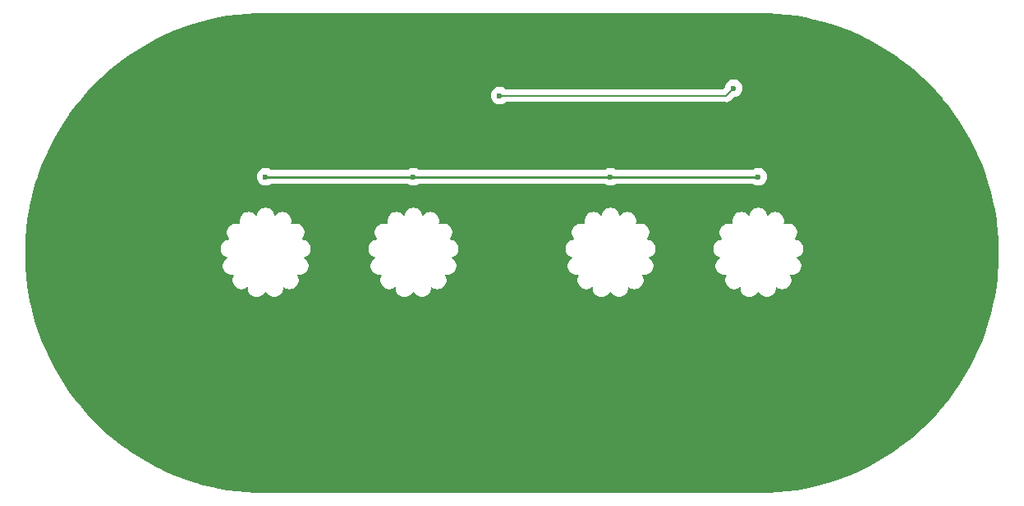
<source format=gbr>
%TF.GenerationSoftware,KiCad,Pcbnew,7.0.5*%
%TF.CreationDate,2023-07-04T20:49:23-04:00*%
%TF.ProjectId,Nixie Clock,4e697869-6520-4436-9c6f-636b2e6b6963,rev?*%
%TF.SameCoordinates,Original*%
%TF.FileFunction,Copper,L1,Top*%
%TF.FilePolarity,Positive*%
%FSLAX46Y46*%
G04 Gerber Fmt 4.6, Leading zero omitted, Abs format (unit mm)*
G04 Created by KiCad (PCBNEW 7.0.5) date 2023-07-04 20:49:23*
%MOMM*%
%LPD*%
G01*
G04 APERTURE LIST*
%TA.AperFunction,ViaPad*%
%ADD10C,0.600000*%
%TD*%
%TA.AperFunction,Conductor*%
%ADD11C,0.250000*%
%TD*%
%TA.AperFunction,Conductor*%
%ADD12C,0.150000*%
%TD*%
G04 APERTURE END LIST*
D10*
%TO.N,+170v*%
X187960000Y-75946000D03*
X167640000Y-75946000D03*
X203200000Y-75946000D03*
X152400000Y-75946000D03*
%TO.N,GND*%
X205740000Y-60706000D03*
X175260000Y-60960000D03*
X176149000Y-73406000D03*
X170180000Y-73406000D03*
X152400000Y-74295000D03*
X159639000Y-77216000D03*
X207772000Y-74422000D03*
X204216000Y-72644000D03*
X205740000Y-106680000D03*
X180340000Y-60960000D03*
X195580000Y-77724000D03*
X177038000Y-99060000D03*
X203200000Y-64262000D03*
X207518000Y-93980000D03*
X185801000Y-77724000D03*
X185420000Y-106680000D03*
X199517000Y-68834000D03*
X191516000Y-73660000D03*
X195580000Y-60706000D03*
X195580000Y-106680000D03*
X200660000Y-106680000D03*
X170180000Y-60960000D03*
X185420000Y-60960000D03*
X150622000Y-72771000D03*
X165100000Y-68961000D03*
X175260000Y-106680000D03*
X194056000Y-69342000D03*
X178054000Y-66167000D03*
X191516000Y-93726000D03*
X183388000Y-97790000D03*
X195961000Y-80899000D03*
X154940000Y-106680000D03*
X172466000Y-89154000D03*
X200660000Y-60706000D03*
X146050000Y-61976000D03*
X190500000Y-106680000D03*
X165100000Y-106680000D03*
X165100000Y-60960000D03*
X154940000Y-60960000D03*
X170180000Y-106680000D03*
X196850000Y-66421000D03*
X190500000Y-60960000D03*
X160020000Y-60960000D03*
X149860000Y-106680000D03*
X180340000Y-106680000D03*
X189103000Y-96774000D03*
X159639000Y-74549000D03*
X171323000Y-77978000D03*
X144018000Y-77470000D03*
X200660000Y-100965000D03*
X159639000Y-85217000D03*
X160020000Y-106680000D03*
%TO.N,RDP*%
X176530000Y-67564000D03*
X200660000Y-66802000D03*
%TD*%
D11*
%TO.N,+170v*%
X167640000Y-75946000D02*
X152400000Y-75946000D01*
X203200000Y-75946000D02*
X187960000Y-75946000D01*
X187960000Y-75946000D02*
X167640000Y-75946000D01*
D12*
%TO.N,RDP*%
X176530000Y-67564000D02*
X199898000Y-67564000D01*
X199898000Y-67564000D02*
X200660000Y-66802000D01*
%TD*%
%TA.AperFunction,Conductor*%
%TO.N,GND*%
G36*
X204185275Y-59040093D02*
G01*
X204186631Y-59040148D01*
X205169660Y-59098855D01*
X205170988Y-59098961D01*
X206150884Y-59196702D01*
X206152338Y-59196877D01*
X207127466Y-59333483D01*
X207128908Y-59333714D01*
X208097878Y-59508987D01*
X208099252Y-59509264D01*
X208926921Y-59693233D01*
X209060490Y-59722923D01*
X209061919Y-59723270D01*
X209259953Y-59775630D01*
X210013941Y-59974985D01*
X210015275Y-59975367D01*
X210956508Y-60264723D01*
X210957863Y-60265169D01*
X211886863Y-60591722D01*
X211888222Y-60592231D01*
X212803455Y-60955440D01*
X212804782Y-60955997D01*
X213704896Y-61355324D01*
X213706162Y-61355916D01*
X214329820Y-61662827D01*
X214589690Y-61790714D01*
X214590984Y-61791382D01*
X215456508Y-62260953D01*
X215457737Y-62261651D01*
X216303935Y-62765276D01*
X216305130Y-62766020D01*
X217130646Y-63302895D01*
X217131794Y-63303674D01*
X217519450Y-63578317D01*
X217935292Y-63872929D01*
X217936476Y-63873804D01*
X218716691Y-64474541D01*
X218717812Y-64475441D01*
X219473544Y-65106736D01*
X219474595Y-65107650D01*
X220204659Y-65768514D01*
X220205645Y-65769443D01*
X220908833Y-66458787D01*
X220909845Y-66459818D01*
X221516757Y-67104058D01*
X221585048Y-67176549D01*
X221586035Y-67177640D01*
X221758322Y-67375744D01*
X222204761Y-67889084D01*
X222232220Y-67920657D01*
X222233148Y-67921770D01*
X222849294Y-68689905D01*
X222850158Y-68691028D01*
X223435239Y-69482999D01*
X223436089Y-69484200D01*
X223989245Y-70298840D01*
X223990047Y-70300073D01*
X224510361Y-71136034D01*
X224511113Y-71137298D01*
X224997780Y-71993283D01*
X224998482Y-71994576D01*
X225450739Y-72869242D01*
X225451375Y-72870534D01*
X225744500Y-73497334D01*
X225868513Y-73762517D01*
X225869110Y-73763862D01*
X226250433Y-74671666D01*
X226250976Y-74673034D01*
X226595918Y-75595314D01*
X226596406Y-75596702D01*
X226904413Y-76531979D01*
X226904845Y-76533385D01*
X227175419Y-77480143D01*
X227175786Y-77481531D01*
X227408512Y-78438327D01*
X227408832Y-78439764D01*
X227603327Y-79405015D01*
X227603589Y-79406463D01*
X227759559Y-80378706D01*
X227759763Y-80380163D01*
X227831827Y-80981340D01*
X227876959Y-81357850D01*
X227877100Y-81359264D01*
X227895708Y-81592721D01*
X227955335Y-82340851D01*
X227955422Y-82342320D01*
X227971721Y-82751943D01*
X227994569Y-83326221D01*
X227994598Y-83327655D01*
X227994598Y-84312344D01*
X227994569Y-84313779D01*
X227974440Y-84819698D01*
X227955422Y-85297679D01*
X227955335Y-85299148D01*
X227922377Y-85712662D01*
X227886008Y-86168986D01*
X227877103Y-86280710D01*
X227876958Y-86282154D01*
X227865149Y-86380677D01*
X227759763Y-87259836D01*
X227759559Y-87261293D01*
X227603589Y-88233536D01*
X227603327Y-88234984D01*
X227408832Y-89200235D01*
X227408512Y-89201672D01*
X227175786Y-90158468D01*
X227175410Y-90159891D01*
X226904845Y-91106614D01*
X226904413Y-91108020D01*
X226596406Y-92043297D01*
X226595918Y-92044685D01*
X226250976Y-92966965D01*
X226250433Y-92968333D01*
X225869110Y-93876137D01*
X225868513Y-93877482D01*
X225451389Y-94769437D01*
X225450739Y-94770757D01*
X224998482Y-95645423D01*
X224997780Y-95646716D01*
X224511113Y-96502701D01*
X224510361Y-96503965D01*
X223990047Y-97339926D01*
X223989245Y-97341159D01*
X223436089Y-98155799D01*
X223435239Y-98157000D01*
X222850158Y-98948971D01*
X222849275Y-98950117D01*
X222411547Y-99495824D01*
X222233163Y-99718212D01*
X222232220Y-99719342D01*
X221586035Y-100462359D01*
X221585048Y-100463450D01*
X220909863Y-101180162D01*
X220908833Y-101181212D01*
X220574705Y-101508761D01*
X220205671Y-101870530D01*
X220204632Y-101871509D01*
X219613311Y-102406781D01*
X219474620Y-102532327D01*
X219473510Y-102533293D01*
X218717812Y-103164558D01*
X218716665Y-103165479D01*
X217936476Y-103766195D01*
X217935292Y-103767070D01*
X217131823Y-104336305D01*
X217130605Y-104337132D01*
X216305162Y-104873959D01*
X216303912Y-104874737D01*
X215457759Y-105378335D01*
X215456480Y-105379062D01*
X214590998Y-105848609D01*
X214589690Y-105849285D01*
X213706197Y-106284067D01*
X213704864Y-106284690D01*
X212804811Y-106683990D01*
X212803455Y-106684559D01*
X211888222Y-107047768D01*
X211886844Y-107048284D01*
X210957883Y-107374823D01*
X210956485Y-107375283D01*
X210015314Y-107664621D01*
X210013899Y-107665026D01*
X209061919Y-107916729D01*
X209060490Y-107917076D01*
X208099296Y-108130726D01*
X208097854Y-108131016D01*
X207128911Y-108306284D01*
X207127458Y-108306517D01*
X206152342Y-108443121D01*
X206150881Y-108443297D01*
X205171035Y-108541034D01*
X205169610Y-108541147D01*
X204294864Y-108593388D01*
X204186677Y-108599849D01*
X204185225Y-108599907D01*
X203200000Y-108619500D01*
X152400000Y-108619500D01*
X151414772Y-108599907D01*
X151413322Y-108599849D01*
X151366509Y-108597053D01*
X150430385Y-108541147D01*
X150428964Y-108541034D01*
X149449118Y-108443297D01*
X149447657Y-108443121D01*
X148472541Y-108306517D01*
X148471088Y-108306284D01*
X147502145Y-108131016D01*
X147500710Y-108130727D01*
X147272513Y-108080005D01*
X146539509Y-107917076D01*
X146538080Y-107916729D01*
X145712961Y-107698568D01*
X145586091Y-107665023D01*
X145584685Y-107664621D01*
X144643514Y-107375283D01*
X144642116Y-107374823D01*
X143713155Y-107048284D01*
X143711777Y-107047768D01*
X142796544Y-106684559D01*
X142795188Y-106683990D01*
X141895126Y-106284685D01*
X141893815Y-106284073D01*
X141645587Y-106161916D01*
X141010309Y-105849285D01*
X141009001Y-105848609D01*
X140772743Y-105720432D01*
X140143508Y-105379056D01*
X140142240Y-105378335D01*
X139296087Y-104874737D01*
X139294855Y-104873970D01*
X138469364Y-104337112D01*
X138468194Y-104336317D01*
X138066441Y-104051687D01*
X137664707Y-103767070D01*
X137663523Y-103766195D01*
X137327956Y-103507821D01*
X136883314Y-103165463D01*
X136882187Y-103164558D01*
X136762489Y-103064569D01*
X136126459Y-102533266D01*
X136125401Y-102532346D01*
X135395342Y-101871486D01*
X135394353Y-101870554D01*
X134691155Y-101181201D01*
X134690155Y-101180181D01*
X134014940Y-100463438D01*
X134013964Y-100462359D01*
X133642860Y-100035644D01*
X133367764Y-99719324D01*
X133366855Y-99718234D01*
X132750699Y-98950087D01*
X132749856Y-98948990D01*
X132164750Y-98156986D01*
X132163910Y-98155799D01*
X131610754Y-97341159D01*
X131609966Y-97339948D01*
X131089626Y-96503946D01*
X131088886Y-96502701D01*
X130602219Y-95646716D01*
X130601517Y-95645423D01*
X130521773Y-95491198D01*
X130149248Y-94770733D01*
X130148633Y-94769485D01*
X129731481Y-93877471D01*
X129730907Y-93876179D01*
X129349554Y-92968303D01*
X129349023Y-92966965D01*
X129004081Y-92044685D01*
X129003593Y-92043297D01*
X128695586Y-91108020D01*
X128695161Y-91106638D01*
X128424570Y-90159822D01*
X128424213Y-90158468D01*
X128341218Y-89817256D01*
X128191487Y-89201672D01*
X128191174Y-89200268D01*
X127996671Y-88234979D01*
X127996410Y-88233536D01*
X127840440Y-87261293D01*
X127840236Y-87259836D01*
X127819817Y-87089492D01*
X127723035Y-86282105D01*
X127722903Y-86280780D01*
X127644662Y-85299117D01*
X127644577Y-85297679D01*
X127640997Y-85207696D01*
X127605428Y-84313729D01*
X127605402Y-84312394D01*
X127605402Y-83464097D01*
X147758360Y-83464097D01*
X147798369Y-83652330D01*
X147798370Y-83652332D01*
X147876639Y-83828128D01*
X147876642Y-83828133D01*
X147989750Y-83983814D01*
X147989752Y-83983816D01*
X147989753Y-83983817D01*
X148132762Y-84112583D01*
X148283092Y-84199375D01*
X148299420Y-84208802D01*
X148391700Y-84238786D01*
X148431588Y-84269950D01*
X148442112Y-84319463D01*
X148418347Y-84364157D01*
X148405832Y-84373250D01*
X148348661Y-84406257D01*
X148205650Y-84535025D01*
X148092544Y-84690701D01*
X148092538Y-84690712D01*
X148014270Y-84866505D01*
X148014269Y-84866511D01*
X147974260Y-85054742D01*
X147974260Y-85247177D01*
X148014269Y-85435410D01*
X148014270Y-85435412D01*
X148092539Y-85611208D01*
X148092542Y-85611213D01*
X148205650Y-85766894D01*
X148205652Y-85766896D01*
X148205653Y-85766897D01*
X148348662Y-85895663D01*
X148515318Y-85991881D01*
X148698337Y-86051348D01*
X148841739Y-86066420D01*
X148841744Y-86066420D01*
X148937696Y-86066420D01*
X148937701Y-86066420D01*
X149043592Y-86055290D01*
X149092706Y-86067536D01*
X149122459Y-86108488D01*
X149118928Y-86158984D01*
X149115415Y-86165879D01*
X149113621Y-86168986D01*
X149035350Y-86344785D01*
X149035349Y-86344791D01*
X149015520Y-86438083D01*
X148995340Y-86533021D01*
X148995340Y-86725459D01*
X149000424Y-86749376D01*
X149035349Y-86913690D01*
X149035350Y-86913692D01*
X149113619Y-87089488D01*
X149113622Y-87089493D01*
X149226730Y-87245174D01*
X149226732Y-87245176D01*
X149226733Y-87245177D01*
X149369742Y-87373943D01*
X149536398Y-87470161D01*
X149719417Y-87529628D01*
X149862819Y-87544700D01*
X149862824Y-87544700D01*
X149958776Y-87544700D01*
X149958781Y-87544700D01*
X150102183Y-87529628D01*
X150285202Y-87470161D01*
X150451858Y-87373943D01*
X150464403Y-87362646D01*
X150511336Y-87343684D01*
X150559478Y-87359325D01*
X150586303Y-87402252D01*
X150587920Y-87417639D01*
X150587920Y-87561117D01*
X150627929Y-87749350D01*
X150627930Y-87749352D01*
X150706199Y-87925148D01*
X150706202Y-87925153D01*
X150819310Y-88080834D01*
X150819312Y-88080836D01*
X150819313Y-88080837D01*
X150962322Y-88209603D01*
X151128978Y-88305821D01*
X151311997Y-88365288D01*
X151455399Y-88380360D01*
X151455404Y-88380360D01*
X151551356Y-88380360D01*
X151551361Y-88380360D01*
X151694763Y-88365288D01*
X151877782Y-88305821D01*
X152044438Y-88209603D01*
X152187447Y-88080837D01*
X152300559Y-87925152D01*
X152332398Y-87853638D01*
X152367560Y-87817227D01*
X152417902Y-87811936D01*
X152459867Y-87840241D01*
X152467602Y-87853640D01*
X152499438Y-87925145D01*
X152499442Y-87925153D01*
X152612550Y-88080834D01*
X152612552Y-88080836D01*
X152612553Y-88080837D01*
X152755562Y-88209603D01*
X152922218Y-88305821D01*
X153105237Y-88365288D01*
X153248639Y-88380360D01*
X153248644Y-88380360D01*
X153344596Y-88380360D01*
X153344601Y-88380360D01*
X153488003Y-88365288D01*
X153671022Y-88305821D01*
X153837678Y-88209603D01*
X153980687Y-88080837D01*
X154093799Y-87925152D01*
X154125638Y-87853640D01*
X154172069Y-87749354D01*
X154172069Y-87749352D01*
X154172070Y-87749351D01*
X154212080Y-87561119D01*
X154212080Y-87417639D01*
X154229393Y-87370073D01*
X154273230Y-87344763D01*
X154323080Y-87353553D01*
X154335594Y-87362645D01*
X154348142Y-87373943D01*
X154514798Y-87470161D01*
X154697817Y-87529628D01*
X154841219Y-87544700D01*
X154841224Y-87544700D01*
X154937176Y-87544700D01*
X154937181Y-87544700D01*
X155080583Y-87529628D01*
X155263602Y-87470161D01*
X155430258Y-87373943D01*
X155573267Y-87245177D01*
X155665766Y-87117863D01*
X155686375Y-87089498D01*
X155686378Y-87089493D01*
X155686379Y-87089492D01*
X155764650Y-86913691D01*
X155804660Y-86725459D01*
X155804660Y-86533021D01*
X155764650Y-86344789D01*
X155686379Y-86168989D01*
X155686377Y-86168986D01*
X155684586Y-86165884D01*
X155675796Y-86116034D01*
X155701106Y-86072197D01*
X155748672Y-86054884D01*
X155756379Y-86055287D01*
X155862299Y-86066420D01*
X155862305Y-86066420D01*
X155958256Y-86066420D01*
X155958261Y-86066420D01*
X156101663Y-86051348D01*
X156284682Y-85991881D01*
X156451338Y-85895663D01*
X156594347Y-85766897D01*
X156668984Y-85664168D01*
X156707455Y-85611218D01*
X156707458Y-85611213D01*
X156707459Y-85611212D01*
X156785730Y-85435411D01*
X156825740Y-85247179D01*
X156825740Y-85054741D01*
X156785730Y-84866509D01*
X156736170Y-84755196D01*
X156707460Y-84690711D01*
X156707457Y-84690706D01*
X156594349Y-84535025D01*
X156451338Y-84406257D01*
X156451338Y-84406256D01*
X156394166Y-84373249D01*
X156361630Y-84334474D01*
X156361630Y-84283855D01*
X156394167Y-84245078D01*
X156408300Y-84238786D01*
X156465880Y-84220076D01*
X156500582Y-84208801D01*
X156667238Y-84112583D01*
X156810247Y-83983817D01*
X156923359Y-83828132D01*
X157001630Y-83652331D01*
X157041640Y-83464099D01*
X157041640Y-83464097D01*
X162998360Y-83464097D01*
X163038369Y-83652330D01*
X163038370Y-83652332D01*
X163116639Y-83828128D01*
X163116642Y-83828133D01*
X163229750Y-83983814D01*
X163229752Y-83983816D01*
X163229753Y-83983817D01*
X163372762Y-84112583D01*
X163523092Y-84199375D01*
X163539420Y-84208802D01*
X163631700Y-84238786D01*
X163671588Y-84269950D01*
X163682112Y-84319463D01*
X163658347Y-84364157D01*
X163645832Y-84373250D01*
X163588661Y-84406257D01*
X163445650Y-84535025D01*
X163332544Y-84690701D01*
X163332538Y-84690712D01*
X163254270Y-84866505D01*
X163254269Y-84866511D01*
X163214260Y-85054742D01*
X163214260Y-85247177D01*
X163254269Y-85435410D01*
X163254270Y-85435412D01*
X163332539Y-85611208D01*
X163332542Y-85611213D01*
X163445650Y-85766894D01*
X163445652Y-85766896D01*
X163445653Y-85766897D01*
X163588662Y-85895663D01*
X163755318Y-85991881D01*
X163938337Y-86051348D01*
X164081739Y-86066420D01*
X164081744Y-86066420D01*
X164177696Y-86066420D01*
X164177701Y-86066420D01*
X164283592Y-86055290D01*
X164332706Y-86067536D01*
X164362459Y-86108488D01*
X164358928Y-86158984D01*
X164355415Y-86165879D01*
X164353621Y-86168986D01*
X164275350Y-86344785D01*
X164275349Y-86344791D01*
X164255520Y-86438083D01*
X164235340Y-86533021D01*
X164235340Y-86725459D01*
X164240424Y-86749376D01*
X164275349Y-86913690D01*
X164275350Y-86913692D01*
X164353619Y-87089488D01*
X164353622Y-87089493D01*
X164466730Y-87245174D01*
X164466732Y-87245176D01*
X164466733Y-87245177D01*
X164609742Y-87373943D01*
X164776398Y-87470161D01*
X164959417Y-87529628D01*
X165102819Y-87544700D01*
X165102824Y-87544700D01*
X165198776Y-87544700D01*
X165198781Y-87544700D01*
X165342183Y-87529628D01*
X165525202Y-87470161D01*
X165691858Y-87373943D01*
X165704403Y-87362646D01*
X165751336Y-87343684D01*
X165799478Y-87359325D01*
X165826303Y-87402252D01*
X165827920Y-87417639D01*
X165827920Y-87561117D01*
X165867929Y-87749350D01*
X165867930Y-87749352D01*
X165946199Y-87925148D01*
X165946202Y-87925153D01*
X166059310Y-88080834D01*
X166059312Y-88080836D01*
X166059313Y-88080837D01*
X166202322Y-88209603D01*
X166368978Y-88305821D01*
X166551997Y-88365288D01*
X166695399Y-88380360D01*
X166695404Y-88380360D01*
X166791356Y-88380360D01*
X166791361Y-88380360D01*
X166934763Y-88365288D01*
X167117782Y-88305821D01*
X167284438Y-88209603D01*
X167427447Y-88080837D01*
X167540559Y-87925152D01*
X167572398Y-87853638D01*
X167607560Y-87817227D01*
X167657902Y-87811936D01*
X167699867Y-87840241D01*
X167707602Y-87853640D01*
X167739438Y-87925145D01*
X167739442Y-87925153D01*
X167852550Y-88080834D01*
X167852552Y-88080836D01*
X167852553Y-88080837D01*
X167995562Y-88209603D01*
X168162218Y-88305821D01*
X168345237Y-88365288D01*
X168488639Y-88380360D01*
X168488644Y-88380360D01*
X168584596Y-88380360D01*
X168584601Y-88380360D01*
X168728003Y-88365288D01*
X168911022Y-88305821D01*
X169077678Y-88209603D01*
X169220687Y-88080837D01*
X169333799Y-87925152D01*
X169365638Y-87853640D01*
X169412069Y-87749354D01*
X169412069Y-87749352D01*
X169412070Y-87749351D01*
X169452080Y-87561119D01*
X169452080Y-87417639D01*
X169469393Y-87370073D01*
X169513230Y-87344763D01*
X169563080Y-87353553D01*
X169575594Y-87362645D01*
X169588142Y-87373943D01*
X169754798Y-87470161D01*
X169937817Y-87529628D01*
X170081219Y-87544700D01*
X170081224Y-87544700D01*
X170177176Y-87544700D01*
X170177181Y-87544700D01*
X170320583Y-87529628D01*
X170503602Y-87470161D01*
X170670258Y-87373943D01*
X170813267Y-87245177D01*
X170905766Y-87117863D01*
X170926375Y-87089498D01*
X170926378Y-87089493D01*
X170926379Y-87089492D01*
X171004650Y-86913691D01*
X171044660Y-86725459D01*
X171044660Y-86533021D01*
X171004650Y-86344789D01*
X170926379Y-86168989D01*
X170926377Y-86168986D01*
X170924586Y-86165884D01*
X170915796Y-86116034D01*
X170941106Y-86072197D01*
X170988672Y-86054884D01*
X170996379Y-86055287D01*
X171102299Y-86066420D01*
X171102305Y-86066420D01*
X171198256Y-86066420D01*
X171198261Y-86066420D01*
X171341663Y-86051348D01*
X171524682Y-85991881D01*
X171691338Y-85895663D01*
X171834347Y-85766897D01*
X171908984Y-85664168D01*
X171947455Y-85611218D01*
X171947458Y-85611213D01*
X171947459Y-85611212D01*
X172025730Y-85435411D01*
X172065740Y-85247179D01*
X172065740Y-85054741D01*
X172025730Y-84866509D01*
X171976170Y-84755196D01*
X171947460Y-84690711D01*
X171947457Y-84690706D01*
X171834349Y-84535025D01*
X171691338Y-84406257D01*
X171634166Y-84373249D01*
X171601630Y-84334474D01*
X171601630Y-84283855D01*
X171634167Y-84245078D01*
X171648300Y-84238786D01*
X171705880Y-84220076D01*
X171740582Y-84208801D01*
X171907238Y-84112583D01*
X172050247Y-83983817D01*
X172163359Y-83828132D01*
X172241630Y-83652331D01*
X172281640Y-83464099D01*
X172281640Y-83464097D01*
X183318360Y-83464097D01*
X183358369Y-83652330D01*
X183358370Y-83652332D01*
X183436639Y-83828128D01*
X183436642Y-83828133D01*
X183549750Y-83983814D01*
X183549752Y-83983816D01*
X183549753Y-83983817D01*
X183692762Y-84112583D01*
X183843092Y-84199375D01*
X183859420Y-84208802D01*
X183951700Y-84238786D01*
X183991588Y-84269950D01*
X184002112Y-84319463D01*
X183978347Y-84364157D01*
X183965832Y-84373250D01*
X183908661Y-84406257D01*
X183765650Y-84535025D01*
X183652544Y-84690701D01*
X183652538Y-84690712D01*
X183574270Y-84866505D01*
X183574269Y-84866511D01*
X183534260Y-85054742D01*
X183534260Y-85247177D01*
X183574269Y-85435410D01*
X183574270Y-85435412D01*
X183652539Y-85611208D01*
X183652542Y-85611213D01*
X183765650Y-85766894D01*
X183765652Y-85766896D01*
X183765653Y-85766897D01*
X183908662Y-85895663D01*
X184075318Y-85991881D01*
X184258337Y-86051348D01*
X184401739Y-86066420D01*
X184401744Y-86066420D01*
X184497696Y-86066420D01*
X184497701Y-86066420D01*
X184603592Y-86055290D01*
X184652706Y-86067536D01*
X184682459Y-86108488D01*
X184678928Y-86158984D01*
X184675415Y-86165879D01*
X184673621Y-86168986D01*
X184595350Y-86344785D01*
X184595349Y-86344791D01*
X184575520Y-86438083D01*
X184555340Y-86533021D01*
X184555340Y-86725459D01*
X184560424Y-86749376D01*
X184595349Y-86913690D01*
X184595350Y-86913692D01*
X184673619Y-87089488D01*
X184673622Y-87089493D01*
X184786730Y-87245174D01*
X184786732Y-87245176D01*
X184786733Y-87245177D01*
X184929742Y-87373943D01*
X185096398Y-87470161D01*
X185279417Y-87529628D01*
X185422819Y-87544700D01*
X185422824Y-87544700D01*
X185518776Y-87544700D01*
X185518781Y-87544700D01*
X185662183Y-87529628D01*
X185845202Y-87470161D01*
X186011858Y-87373943D01*
X186024403Y-87362646D01*
X186071336Y-87343684D01*
X186119478Y-87359325D01*
X186146303Y-87402252D01*
X186147920Y-87417639D01*
X186147920Y-87561117D01*
X186187929Y-87749350D01*
X186187930Y-87749352D01*
X186266199Y-87925148D01*
X186266202Y-87925153D01*
X186379310Y-88080834D01*
X186379312Y-88080836D01*
X186379313Y-88080837D01*
X186522322Y-88209603D01*
X186688978Y-88305821D01*
X186871997Y-88365288D01*
X187015399Y-88380360D01*
X187015404Y-88380360D01*
X187111356Y-88380360D01*
X187111361Y-88380360D01*
X187254763Y-88365288D01*
X187437782Y-88305821D01*
X187604438Y-88209603D01*
X187747447Y-88080837D01*
X187860559Y-87925152D01*
X187892398Y-87853638D01*
X187927560Y-87817227D01*
X187977902Y-87811936D01*
X188019867Y-87840241D01*
X188027602Y-87853640D01*
X188059438Y-87925145D01*
X188059442Y-87925153D01*
X188172550Y-88080834D01*
X188172552Y-88080836D01*
X188172553Y-88080837D01*
X188315562Y-88209603D01*
X188482218Y-88305821D01*
X188665237Y-88365288D01*
X188808639Y-88380360D01*
X188808644Y-88380360D01*
X188904596Y-88380360D01*
X188904601Y-88380360D01*
X189048003Y-88365288D01*
X189231022Y-88305821D01*
X189397678Y-88209603D01*
X189540687Y-88080837D01*
X189653799Y-87925152D01*
X189685638Y-87853640D01*
X189732069Y-87749354D01*
X189732069Y-87749352D01*
X189732070Y-87749351D01*
X189772080Y-87561119D01*
X189772080Y-87417639D01*
X189789393Y-87370073D01*
X189833230Y-87344763D01*
X189883080Y-87353553D01*
X189895594Y-87362645D01*
X189908142Y-87373943D01*
X190074798Y-87470161D01*
X190257817Y-87529628D01*
X190401219Y-87544700D01*
X190401224Y-87544700D01*
X190497176Y-87544700D01*
X190497181Y-87544700D01*
X190640583Y-87529628D01*
X190823602Y-87470161D01*
X190990258Y-87373943D01*
X191133267Y-87245177D01*
X191225766Y-87117863D01*
X191246375Y-87089498D01*
X191246378Y-87089493D01*
X191246379Y-87089492D01*
X191324650Y-86913691D01*
X191364660Y-86725459D01*
X191364660Y-86533021D01*
X191324650Y-86344789D01*
X191246379Y-86168989D01*
X191246377Y-86168986D01*
X191244586Y-86165884D01*
X191235796Y-86116034D01*
X191261106Y-86072197D01*
X191308672Y-86054884D01*
X191316379Y-86055287D01*
X191422299Y-86066420D01*
X191422305Y-86066420D01*
X191518256Y-86066420D01*
X191518261Y-86066420D01*
X191661663Y-86051348D01*
X191844682Y-85991881D01*
X192011338Y-85895663D01*
X192154347Y-85766897D01*
X192228984Y-85664168D01*
X192267455Y-85611218D01*
X192267458Y-85611213D01*
X192267459Y-85611212D01*
X192345730Y-85435411D01*
X192385740Y-85247179D01*
X192385740Y-85054741D01*
X192345730Y-84866509D01*
X192296170Y-84755196D01*
X192267460Y-84690711D01*
X192267457Y-84690706D01*
X192154349Y-84535025D01*
X192011338Y-84406257D01*
X192011337Y-84406257D01*
X191954166Y-84373249D01*
X191921630Y-84334474D01*
X191921630Y-84283855D01*
X191954167Y-84245078D01*
X191968300Y-84238786D01*
X192025880Y-84220076D01*
X192060582Y-84208801D01*
X192227238Y-84112583D01*
X192370247Y-83983817D01*
X192483359Y-83828132D01*
X192561630Y-83652331D01*
X192601640Y-83464099D01*
X192601640Y-83464097D01*
X198558360Y-83464097D01*
X198598369Y-83652330D01*
X198598370Y-83652332D01*
X198676639Y-83828128D01*
X198676642Y-83828133D01*
X198789750Y-83983814D01*
X198789752Y-83983816D01*
X198789753Y-83983817D01*
X198932762Y-84112583D01*
X199083092Y-84199375D01*
X199099420Y-84208802D01*
X199191700Y-84238786D01*
X199231588Y-84269950D01*
X199242112Y-84319463D01*
X199218347Y-84364157D01*
X199205832Y-84373250D01*
X199148661Y-84406257D01*
X199005650Y-84535025D01*
X198892544Y-84690701D01*
X198892538Y-84690712D01*
X198814270Y-84866505D01*
X198814269Y-84866511D01*
X198774260Y-85054742D01*
X198774260Y-85247177D01*
X198814269Y-85435410D01*
X198814270Y-85435412D01*
X198892539Y-85611208D01*
X198892542Y-85611213D01*
X199005650Y-85766894D01*
X199005652Y-85766896D01*
X199005653Y-85766897D01*
X199148662Y-85895663D01*
X199315318Y-85991881D01*
X199498337Y-86051348D01*
X199641739Y-86066420D01*
X199641744Y-86066420D01*
X199737696Y-86066420D01*
X199737701Y-86066420D01*
X199843592Y-86055290D01*
X199892706Y-86067536D01*
X199922459Y-86108488D01*
X199918928Y-86158984D01*
X199915415Y-86165879D01*
X199913621Y-86168986D01*
X199835350Y-86344785D01*
X199835349Y-86344791D01*
X199815520Y-86438083D01*
X199795340Y-86533021D01*
X199795340Y-86725459D01*
X199800424Y-86749376D01*
X199835349Y-86913690D01*
X199835350Y-86913692D01*
X199913619Y-87089488D01*
X199913622Y-87089493D01*
X200026730Y-87245174D01*
X200026732Y-87245176D01*
X200026733Y-87245177D01*
X200169742Y-87373943D01*
X200336398Y-87470161D01*
X200519417Y-87529628D01*
X200662819Y-87544700D01*
X200662824Y-87544700D01*
X200758776Y-87544700D01*
X200758781Y-87544700D01*
X200902183Y-87529628D01*
X201085202Y-87470161D01*
X201251858Y-87373943D01*
X201264403Y-87362646D01*
X201311336Y-87343684D01*
X201359478Y-87359325D01*
X201386303Y-87402252D01*
X201387920Y-87417639D01*
X201387920Y-87561117D01*
X201427929Y-87749350D01*
X201427930Y-87749352D01*
X201506199Y-87925148D01*
X201506202Y-87925153D01*
X201619310Y-88080834D01*
X201619312Y-88080836D01*
X201619313Y-88080837D01*
X201762322Y-88209603D01*
X201928978Y-88305821D01*
X202111997Y-88365288D01*
X202255399Y-88380360D01*
X202255404Y-88380360D01*
X202351356Y-88380360D01*
X202351361Y-88380360D01*
X202494763Y-88365288D01*
X202677782Y-88305821D01*
X202844438Y-88209603D01*
X202987447Y-88080837D01*
X203100559Y-87925152D01*
X203132398Y-87853638D01*
X203167560Y-87817227D01*
X203217902Y-87811936D01*
X203259867Y-87840241D01*
X203267602Y-87853640D01*
X203299438Y-87925145D01*
X203299442Y-87925153D01*
X203412550Y-88080834D01*
X203412552Y-88080836D01*
X203412553Y-88080837D01*
X203555562Y-88209603D01*
X203722218Y-88305821D01*
X203905237Y-88365288D01*
X204048639Y-88380360D01*
X204048644Y-88380360D01*
X204144596Y-88380360D01*
X204144601Y-88380360D01*
X204288003Y-88365288D01*
X204471022Y-88305821D01*
X204637678Y-88209603D01*
X204780687Y-88080837D01*
X204893799Y-87925152D01*
X204925638Y-87853640D01*
X204972069Y-87749354D01*
X204972069Y-87749352D01*
X204972070Y-87749351D01*
X205012080Y-87561119D01*
X205012080Y-87417639D01*
X205029393Y-87370073D01*
X205073230Y-87344763D01*
X205123080Y-87353553D01*
X205135594Y-87362645D01*
X205148142Y-87373943D01*
X205314798Y-87470161D01*
X205497817Y-87529628D01*
X205641219Y-87544700D01*
X205641224Y-87544700D01*
X205737176Y-87544700D01*
X205737181Y-87544700D01*
X205880583Y-87529628D01*
X206063602Y-87470161D01*
X206230258Y-87373943D01*
X206373267Y-87245177D01*
X206465766Y-87117863D01*
X206486375Y-87089498D01*
X206486378Y-87089493D01*
X206486379Y-87089492D01*
X206564650Y-86913691D01*
X206604660Y-86725459D01*
X206604660Y-86533021D01*
X206564650Y-86344789D01*
X206486379Y-86168989D01*
X206486377Y-86168986D01*
X206484586Y-86165884D01*
X206475796Y-86116034D01*
X206501106Y-86072197D01*
X206548672Y-86054884D01*
X206556379Y-86055287D01*
X206662299Y-86066420D01*
X206662305Y-86066420D01*
X206758256Y-86066420D01*
X206758261Y-86066420D01*
X206901663Y-86051348D01*
X207084682Y-85991881D01*
X207251338Y-85895663D01*
X207394347Y-85766897D01*
X207468984Y-85664168D01*
X207507455Y-85611218D01*
X207507458Y-85611213D01*
X207507459Y-85611212D01*
X207585730Y-85435411D01*
X207625740Y-85247179D01*
X207625740Y-85054741D01*
X207585730Y-84866509D01*
X207536170Y-84755196D01*
X207507460Y-84690711D01*
X207507457Y-84690706D01*
X207394349Y-84535025D01*
X207251338Y-84406257D01*
X207251337Y-84406257D01*
X207194166Y-84373249D01*
X207161630Y-84334474D01*
X207161630Y-84283855D01*
X207194167Y-84245078D01*
X207208300Y-84238786D01*
X207265880Y-84220076D01*
X207300582Y-84208801D01*
X207467238Y-84112583D01*
X207610247Y-83983817D01*
X207723359Y-83828132D01*
X207801630Y-83652331D01*
X207841640Y-83464099D01*
X207841640Y-83271661D01*
X207801630Y-83083429D01*
X207723359Y-82907629D01*
X207653613Y-82811631D01*
X207610249Y-82751945D01*
X207587179Y-82731173D01*
X207467238Y-82623177D01*
X207300582Y-82526959D01*
X207300580Y-82526958D01*
X207300578Y-82526957D01*
X207117568Y-82467493D01*
X207117565Y-82467492D01*
X207117563Y-82467492D01*
X206991419Y-82454233D01*
X206945924Y-82432044D01*
X206925335Y-82385801D01*
X206939288Y-82337143D01*
X206949637Y-82325648D01*
X206972707Y-82304877D01*
X207085819Y-82149192D01*
X207164090Y-81973391D01*
X207204100Y-81785159D01*
X207204100Y-81592721D01*
X207164090Y-81404489D01*
X207085819Y-81228689D01*
X207066368Y-81201917D01*
X206972709Y-81073005D01*
X206829698Y-80944237D01*
X206764856Y-80906801D01*
X206663042Y-80848019D01*
X206663040Y-80848018D01*
X206663038Y-80848017D01*
X206480028Y-80788553D01*
X206480025Y-80788552D01*
X206480023Y-80788552D01*
X206336621Y-80773480D01*
X206240659Y-80773480D01*
X206097257Y-80788552D01*
X206097255Y-80788552D01*
X206097251Y-80788553D01*
X205917597Y-80846926D01*
X205867009Y-80845160D01*
X205829392Y-80811289D01*
X205822347Y-80761163D01*
X205839212Y-80681817D01*
X205857900Y-80593899D01*
X205857900Y-80401461D01*
X205817890Y-80213229D01*
X205739619Y-80037429D01*
X205690383Y-79969661D01*
X205626509Y-79881745D01*
X205483498Y-79752977D01*
X205483497Y-79752977D01*
X205316842Y-79656759D01*
X205316840Y-79656758D01*
X205316838Y-79656757D01*
X205133828Y-79597293D01*
X205133825Y-79597292D01*
X205133823Y-79597292D01*
X204990421Y-79582220D01*
X204894459Y-79582220D01*
X204751057Y-79597292D01*
X204751055Y-79597292D01*
X204751051Y-79597293D01*
X204568041Y-79656757D01*
X204401381Y-79752977D01*
X204258369Y-79881746D01*
X204231041Y-79919359D01*
X204189076Y-79947664D01*
X204138734Y-79942372D01*
X204103572Y-79905959D01*
X204098793Y-79891252D01*
X204075450Y-79781429D01*
X204036314Y-79693528D01*
X203997180Y-79605631D01*
X203997177Y-79605626D01*
X203884069Y-79449945D01*
X203835777Y-79406463D01*
X203741058Y-79321177D01*
X203574402Y-79224959D01*
X203574400Y-79224958D01*
X203574398Y-79224957D01*
X203391388Y-79165493D01*
X203391385Y-79165492D01*
X203391383Y-79165492D01*
X203247981Y-79150420D01*
X203152019Y-79150420D01*
X203008617Y-79165492D01*
X203008615Y-79165492D01*
X203008611Y-79165493D01*
X202825601Y-79224957D01*
X202658941Y-79321177D01*
X202515930Y-79449945D01*
X202402824Y-79605621D01*
X202402818Y-79605632D01*
X202324550Y-79781425D01*
X202324549Y-79781431D01*
X202301207Y-79891247D01*
X202274383Y-79934175D01*
X202226241Y-79949817D01*
X202179308Y-79930855D01*
X202168957Y-79919358D01*
X202141629Y-79881745D01*
X201998618Y-79752977D01*
X201998617Y-79752977D01*
X201831962Y-79656759D01*
X201831960Y-79656758D01*
X201831958Y-79656757D01*
X201648948Y-79597293D01*
X201648945Y-79597292D01*
X201648943Y-79597292D01*
X201505541Y-79582220D01*
X201409579Y-79582220D01*
X201266177Y-79597292D01*
X201266175Y-79597292D01*
X201266171Y-79597293D01*
X201083161Y-79656757D01*
X200916501Y-79752977D01*
X200773490Y-79881745D01*
X200660384Y-80037421D01*
X200660378Y-80037432D01*
X200582110Y-80213225D01*
X200582109Y-80213231D01*
X200542100Y-80401462D01*
X200542100Y-80593898D01*
X200577652Y-80761163D01*
X200570607Y-80811289D01*
X200532989Y-80845160D01*
X200482402Y-80846926D01*
X200302748Y-80788553D01*
X200302745Y-80788552D01*
X200302743Y-80788552D01*
X200159341Y-80773480D01*
X200063379Y-80773480D01*
X199919977Y-80788552D01*
X199919975Y-80788552D01*
X199919971Y-80788553D01*
X199736961Y-80848017D01*
X199570301Y-80944237D01*
X199427290Y-81073005D01*
X199314184Y-81228681D01*
X199314178Y-81228692D01*
X199235910Y-81404485D01*
X199235909Y-81404491D01*
X199234071Y-81413140D01*
X199195900Y-81592721D01*
X199195900Y-81785159D01*
X199208819Y-81845939D01*
X199235909Y-81973390D01*
X199235910Y-81973392D01*
X199314179Y-82149188D01*
X199314182Y-82149193D01*
X199427292Y-82304877D01*
X199450359Y-82325646D01*
X199474124Y-82370339D01*
X199463600Y-82419852D01*
X199423712Y-82451017D01*
X199408579Y-82454234D01*
X199386089Y-82456597D01*
X199282437Y-82467492D01*
X199282435Y-82467492D01*
X199282431Y-82467493D01*
X199099421Y-82526957D01*
X198932761Y-82623177D01*
X198789750Y-82751945D01*
X198676644Y-82907621D01*
X198676638Y-82907632D01*
X198598370Y-83083425D01*
X198598369Y-83083431D01*
X198558360Y-83271662D01*
X198558360Y-83464097D01*
X192601640Y-83464097D01*
X192601640Y-83271661D01*
X192561630Y-83083429D01*
X192483359Y-82907629D01*
X192413613Y-82811631D01*
X192370249Y-82751945D01*
X192347179Y-82731173D01*
X192227238Y-82623177D01*
X192060582Y-82526959D01*
X192060580Y-82526958D01*
X192060578Y-82526957D01*
X191877568Y-82467493D01*
X191877565Y-82467492D01*
X191877563Y-82467492D01*
X191751419Y-82454233D01*
X191705924Y-82432044D01*
X191685335Y-82385801D01*
X191699288Y-82337143D01*
X191709637Y-82325648D01*
X191732707Y-82304877D01*
X191845819Y-82149192D01*
X191924090Y-81973391D01*
X191964100Y-81785159D01*
X191964100Y-81592721D01*
X191924090Y-81404489D01*
X191845819Y-81228689D01*
X191826368Y-81201917D01*
X191732709Y-81073005D01*
X191589698Y-80944237D01*
X191524856Y-80906801D01*
X191423042Y-80848019D01*
X191423040Y-80848018D01*
X191423038Y-80848017D01*
X191240028Y-80788553D01*
X191240025Y-80788552D01*
X191240023Y-80788552D01*
X191096621Y-80773480D01*
X191000659Y-80773480D01*
X190857257Y-80788552D01*
X190857255Y-80788552D01*
X190857251Y-80788553D01*
X190677597Y-80846926D01*
X190627009Y-80845160D01*
X190589392Y-80811289D01*
X190582347Y-80761163D01*
X190599212Y-80681817D01*
X190617900Y-80593899D01*
X190617900Y-80401461D01*
X190577890Y-80213229D01*
X190499619Y-80037429D01*
X190450383Y-79969661D01*
X190386509Y-79881745D01*
X190243498Y-79752977D01*
X190243497Y-79752977D01*
X190076842Y-79656759D01*
X190076840Y-79656758D01*
X190076838Y-79656757D01*
X189893828Y-79597293D01*
X189893825Y-79597292D01*
X189893823Y-79597292D01*
X189750421Y-79582220D01*
X189654459Y-79582220D01*
X189511057Y-79597292D01*
X189511055Y-79597292D01*
X189511051Y-79597293D01*
X189328041Y-79656757D01*
X189161381Y-79752977D01*
X189018369Y-79881746D01*
X188991041Y-79919359D01*
X188949076Y-79947664D01*
X188898734Y-79942372D01*
X188863572Y-79905959D01*
X188858793Y-79891252D01*
X188835450Y-79781429D01*
X188796314Y-79693528D01*
X188757180Y-79605631D01*
X188757177Y-79605626D01*
X188644069Y-79449945D01*
X188595777Y-79406463D01*
X188501058Y-79321177D01*
X188334402Y-79224959D01*
X188334400Y-79224958D01*
X188334398Y-79224957D01*
X188151388Y-79165493D01*
X188151385Y-79165492D01*
X188151383Y-79165492D01*
X188007981Y-79150420D01*
X187912019Y-79150420D01*
X187768617Y-79165492D01*
X187768615Y-79165492D01*
X187768611Y-79165493D01*
X187585601Y-79224957D01*
X187418941Y-79321177D01*
X187275930Y-79449945D01*
X187162824Y-79605621D01*
X187162818Y-79605632D01*
X187084550Y-79781425D01*
X187084549Y-79781431D01*
X187061207Y-79891247D01*
X187034383Y-79934175D01*
X186986241Y-79949817D01*
X186939308Y-79930855D01*
X186928957Y-79919358D01*
X186901629Y-79881745D01*
X186758618Y-79752977D01*
X186758617Y-79752977D01*
X186591962Y-79656759D01*
X186591960Y-79656758D01*
X186591958Y-79656757D01*
X186408948Y-79597293D01*
X186408945Y-79597292D01*
X186408943Y-79597292D01*
X186265541Y-79582220D01*
X186169579Y-79582220D01*
X186026177Y-79597292D01*
X186026175Y-79597292D01*
X186026171Y-79597293D01*
X185843161Y-79656757D01*
X185676501Y-79752977D01*
X185533490Y-79881745D01*
X185420384Y-80037421D01*
X185420378Y-80037432D01*
X185342110Y-80213225D01*
X185342109Y-80213231D01*
X185302100Y-80401462D01*
X185302100Y-80593898D01*
X185337652Y-80761163D01*
X185330607Y-80811289D01*
X185292989Y-80845160D01*
X185242402Y-80846926D01*
X185062748Y-80788553D01*
X185062745Y-80788552D01*
X185062743Y-80788552D01*
X184919341Y-80773480D01*
X184823379Y-80773480D01*
X184679977Y-80788552D01*
X184679975Y-80788552D01*
X184679971Y-80788553D01*
X184496961Y-80848017D01*
X184330301Y-80944237D01*
X184187290Y-81073005D01*
X184074184Y-81228681D01*
X184074178Y-81228692D01*
X183995910Y-81404485D01*
X183995909Y-81404491D01*
X183994071Y-81413140D01*
X183955900Y-81592721D01*
X183955900Y-81785159D01*
X183968819Y-81845939D01*
X183995909Y-81973390D01*
X183995910Y-81973392D01*
X184074179Y-82149188D01*
X184074182Y-82149193D01*
X184187292Y-82304877D01*
X184210359Y-82325646D01*
X184234124Y-82370339D01*
X184223600Y-82419852D01*
X184183712Y-82451017D01*
X184168579Y-82454234D01*
X184146089Y-82456597D01*
X184042437Y-82467492D01*
X184042435Y-82467492D01*
X184042431Y-82467493D01*
X183859421Y-82526957D01*
X183692761Y-82623177D01*
X183549750Y-82751945D01*
X183436644Y-82907621D01*
X183436638Y-82907632D01*
X183358370Y-83083425D01*
X183358369Y-83083431D01*
X183318360Y-83271662D01*
X183318360Y-83464097D01*
X172281640Y-83464097D01*
X172281640Y-83271661D01*
X172241630Y-83083429D01*
X172163359Y-82907629D01*
X172093613Y-82811631D01*
X172050249Y-82751945D01*
X172027179Y-82731173D01*
X171907238Y-82623177D01*
X171740582Y-82526959D01*
X171740580Y-82526958D01*
X171740578Y-82526957D01*
X171557568Y-82467493D01*
X171557565Y-82467492D01*
X171557563Y-82467492D01*
X171431419Y-82454233D01*
X171385924Y-82432044D01*
X171365335Y-82385801D01*
X171379288Y-82337143D01*
X171389637Y-82325648D01*
X171412707Y-82304877D01*
X171525819Y-82149192D01*
X171604090Y-81973391D01*
X171644100Y-81785159D01*
X171644100Y-81592721D01*
X171604090Y-81404489D01*
X171525819Y-81228689D01*
X171506368Y-81201917D01*
X171412709Y-81073005D01*
X171269698Y-80944237D01*
X171204856Y-80906801D01*
X171103042Y-80848019D01*
X171103040Y-80848018D01*
X171103038Y-80848017D01*
X170920028Y-80788553D01*
X170920025Y-80788552D01*
X170920023Y-80788552D01*
X170776621Y-80773480D01*
X170680659Y-80773480D01*
X170537257Y-80788552D01*
X170537255Y-80788552D01*
X170537251Y-80788553D01*
X170357597Y-80846926D01*
X170307009Y-80845160D01*
X170269392Y-80811289D01*
X170262347Y-80761163D01*
X170279212Y-80681817D01*
X170297900Y-80593899D01*
X170297900Y-80401461D01*
X170257890Y-80213229D01*
X170179619Y-80037429D01*
X170130383Y-79969661D01*
X170066509Y-79881745D01*
X169923498Y-79752977D01*
X169923497Y-79752977D01*
X169756842Y-79656759D01*
X169756840Y-79656758D01*
X169756838Y-79656757D01*
X169573828Y-79597293D01*
X169573825Y-79597292D01*
X169573823Y-79597292D01*
X169430421Y-79582220D01*
X169334459Y-79582220D01*
X169191057Y-79597292D01*
X169191055Y-79597292D01*
X169191051Y-79597293D01*
X169008041Y-79656757D01*
X168841381Y-79752977D01*
X168698369Y-79881746D01*
X168671041Y-79919359D01*
X168629076Y-79947664D01*
X168578734Y-79942372D01*
X168543572Y-79905959D01*
X168538793Y-79891252D01*
X168515450Y-79781429D01*
X168476314Y-79693528D01*
X168437180Y-79605631D01*
X168437177Y-79605626D01*
X168324069Y-79449945D01*
X168275777Y-79406463D01*
X168181058Y-79321177D01*
X168014402Y-79224959D01*
X168014400Y-79224958D01*
X168014398Y-79224957D01*
X167831388Y-79165493D01*
X167831385Y-79165492D01*
X167831383Y-79165492D01*
X167687981Y-79150420D01*
X167592019Y-79150420D01*
X167448617Y-79165492D01*
X167448615Y-79165492D01*
X167448611Y-79165493D01*
X167265601Y-79224957D01*
X167098941Y-79321177D01*
X166955930Y-79449945D01*
X166842824Y-79605621D01*
X166842818Y-79605632D01*
X166764550Y-79781425D01*
X166764549Y-79781431D01*
X166741207Y-79891247D01*
X166714383Y-79934175D01*
X166666241Y-79949817D01*
X166619308Y-79930855D01*
X166608957Y-79919358D01*
X166581629Y-79881745D01*
X166438618Y-79752977D01*
X166438617Y-79752977D01*
X166271962Y-79656759D01*
X166271960Y-79656758D01*
X166271958Y-79656757D01*
X166088948Y-79597293D01*
X166088945Y-79597292D01*
X166088943Y-79597292D01*
X165945541Y-79582220D01*
X165849579Y-79582220D01*
X165706177Y-79597292D01*
X165706175Y-79597292D01*
X165706171Y-79597293D01*
X165523161Y-79656757D01*
X165356501Y-79752977D01*
X165213490Y-79881745D01*
X165100384Y-80037421D01*
X165100378Y-80037432D01*
X165022110Y-80213225D01*
X165022109Y-80213231D01*
X164982100Y-80401462D01*
X164982100Y-80593898D01*
X165017652Y-80761163D01*
X165010607Y-80811289D01*
X164972989Y-80845160D01*
X164922402Y-80846926D01*
X164742748Y-80788553D01*
X164742745Y-80788552D01*
X164742743Y-80788552D01*
X164599341Y-80773480D01*
X164503379Y-80773480D01*
X164359977Y-80788552D01*
X164359975Y-80788552D01*
X164359971Y-80788553D01*
X164176961Y-80848017D01*
X164010301Y-80944237D01*
X163867290Y-81073005D01*
X163754184Y-81228681D01*
X163754178Y-81228692D01*
X163675910Y-81404485D01*
X163675909Y-81404491D01*
X163674071Y-81413140D01*
X163635900Y-81592721D01*
X163635900Y-81785159D01*
X163648819Y-81845939D01*
X163675909Y-81973390D01*
X163675910Y-81973392D01*
X163754179Y-82149188D01*
X163754182Y-82149193D01*
X163867292Y-82304877D01*
X163890359Y-82325646D01*
X163914124Y-82370339D01*
X163903600Y-82419852D01*
X163863712Y-82451017D01*
X163848579Y-82454234D01*
X163826089Y-82456597D01*
X163722437Y-82467492D01*
X163722435Y-82467492D01*
X163722431Y-82467493D01*
X163539421Y-82526957D01*
X163372761Y-82623177D01*
X163229750Y-82751945D01*
X163116644Y-82907621D01*
X163116638Y-82907632D01*
X163038370Y-83083425D01*
X163038369Y-83083431D01*
X162998360Y-83271662D01*
X162998360Y-83464097D01*
X157041640Y-83464097D01*
X157041640Y-83271661D01*
X157001630Y-83083429D01*
X156923359Y-82907629D01*
X156853613Y-82811631D01*
X156810249Y-82751945D01*
X156787179Y-82731173D01*
X156667238Y-82623177D01*
X156500582Y-82526959D01*
X156500580Y-82526958D01*
X156500578Y-82526957D01*
X156317568Y-82467493D01*
X156317565Y-82467492D01*
X156317563Y-82467492D01*
X156191419Y-82454233D01*
X156145924Y-82432044D01*
X156125335Y-82385801D01*
X156139288Y-82337143D01*
X156149637Y-82325648D01*
X156172707Y-82304877D01*
X156285819Y-82149192D01*
X156364090Y-81973391D01*
X156404100Y-81785159D01*
X156404100Y-81592721D01*
X156364090Y-81404489D01*
X156285819Y-81228689D01*
X156266368Y-81201917D01*
X156172709Y-81073005D01*
X156029698Y-80944237D01*
X155964856Y-80906801D01*
X155863042Y-80848019D01*
X155863040Y-80848018D01*
X155863038Y-80848017D01*
X155680028Y-80788553D01*
X155680025Y-80788552D01*
X155680023Y-80788552D01*
X155536621Y-80773480D01*
X155440659Y-80773480D01*
X155297257Y-80788552D01*
X155297255Y-80788552D01*
X155297251Y-80788553D01*
X155117597Y-80846926D01*
X155067009Y-80845160D01*
X155029392Y-80811289D01*
X155022347Y-80761163D01*
X155039212Y-80681817D01*
X155057900Y-80593899D01*
X155057900Y-80401461D01*
X155017890Y-80213229D01*
X154939619Y-80037429D01*
X154890383Y-79969661D01*
X154826509Y-79881745D01*
X154683498Y-79752977D01*
X154683497Y-79752977D01*
X154516842Y-79656759D01*
X154516840Y-79656758D01*
X154516838Y-79656757D01*
X154333828Y-79597293D01*
X154333825Y-79597292D01*
X154333823Y-79597292D01*
X154190421Y-79582220D01*
X154094459Y-79582220D01*
X153951057Y-79597292D01*
X153951055Y-79597292D01*
X153951051Y-79597293D01*
X153768041Y-79656757D01*
X153601381Y-79752977D01*
X153458369Y-79881746D01*
X153431041Y-79919359D01*
X153389076Y-79947664D01*
X153338734Y-79942372D01*
X153303572Y-79905959D01*
X153298793Y-79891252D01*
X153275450Y-79781429D01*
X153236314Y-79693528D01*
X153197180Y-79605631D01*
X153197177Y-79605626D01*
X153084069Y-79449945D01*
X153035777Y-79406463D01*
X152941058Y-79321177D01*
X152774402Y-79224959D01*
X152774400Y-79224958D01*
X152774398Y-79224957D01*
X152591388Y-79165493D01*
X152591385Y-79165492D01*
X152591383Y-79165492D01*
X152447981Y-79150420D01*
X152352019Y-79150420D01*
X152208617Y-79165492D01*
X152208615Y-79165492D01*
X152208611Y-79165493D01*
X152025601Y-79224957D01*
X151858941Y-79321177D01*
X151715930Y-79449945D01*
X151602824Y-79605621D01*
X151602818Y-79605632D01*
X151524550Y-79781425D01*
X151524549Y-79781431D01*
X151501207Y-79891247D01*
X151474383Y-79934175D01*
X151426241Y-79949817D01*
X151379308Y-79930855D01*
X151368957Y-79919358D01*
X151341629Y-79881745D01*
X151198618Y-79752977D01*
X151198617Y-79752977D01*
X151031962Y-79656759D01*
X151031960Y-79656758D01*
X151031958Y-79656757D01*
X150848948Y-79597293D01*
X150848945Y-79597292D01*
X150848943Y-79597292D01*
X150705541Y-79582220D01*
X150609579Y-79582220D01*
X150466177Y-79597292D01*
X150466175Y-79597292D01*
X150466171Y-79597293D01*
X150283161Y-79656757D01*
X150116501Y-79752977D01*
X149973490Y-79881745D01*
X149860384Y-80037421D01*
X149860378Y-80037432D01*
X149782110Y-80213225D01*
X149782109Y-80213231D01*
X149742100Y-80401462D01*
X149742100Y-80593898D01*
X149777652Y-80761163D01*
X149770607Y-80811289D01*
X149732989Y-80845160D01*
X149682402Y-80846926D01*
X149502748Y-80788553D01*
X149502745Y-80788552D01*
X149502743Y-80788552D01*
X149359341Y-80773480D01*
X149263379Y-80773480D01*
X149119977Y-80788552D01*
X149119975Y-80788552D01*
X149119971Y-80788553D01*
X148936961Y-80848017D01*
X148770301Y-80944237D01*
X148627290Y-81073005D01*
X148514184Y-81228681D01*
X148514178Y-81228692D01*
X148435910Y-81404485D01*
X148435909Y-81404491D01*
X148434071Y-81413140D01*
X148395900Y-81592721D01*
X148395900Y-81785159D01*
X148408819Y-81845939D01*
X148435909Y-81973390D01*
X148435910Y-81973392D01*
X148514179Y-82149188D01*
X148514182Y-82149193D01*
X148627292Y-82304877D01*
X148650359Y-82325646D01*
X148674124Y-82370339D01*
X148663600Y-82419852D01*
X148623712Y-82451017D01*
X148608579Y-82454234D01*
X148586089Y-82456597D01*
X148482437Y-82467492D01*
X148482435Y-82467492D01*
X148482431Y-82467493D01*
X148299421Y-82526957D01*
X148132761Y-82623177D01*
X147989750Y-82751945D01*
X147876644Y-82907621D01*
X147876638Y-82907632D01*
X147798370Y-83083425D01*
X147798369Y-83083431D01*
X147758360Y-83271662D01*
X147758360Y-83464097D01*
X127605402Y-83464097D01*
X127605402Y-83327604D01*
X127605428Y-83326271D01*
X127644578Y-82342301D01*
X127644661Y-82340885D01*
X127722903Y-81359214D01*
X127723034Y-81357899D01*
X127840236Y-80380163D01*
X127840440Y-80378706D01*
X127968215Y-79582220D01*
X127996411Y-79406454D01*
X127996672Y-79405015D01*
X128032953Y-79224959D01*
X128191176Y-78439721D01*
X128191487Y-78438327D01*
X128201703Y-78396326D01*
X128424221Y-77481497D01*
X128424567Y-77480190D01*
X128695165Y-76533347D01*
X128695586Y-76531979D01*
X128888562Y-75945999D01*
X151494540Y-75945999D01*
X151514327Y-76134261D01*
X151572819Y-76314280D01*
X151667464Y-76478213D01*
X151667467Y-76478216D01*
X151794131Y-76618890D01*
X151947266Y-76730149D01*
X151947271Y-76730152D01*
X152091682Y-76794448D01*
X152120197Y-76807144D01*
X152305354Y-76846500D01*
X152305355Y-76846500D01*
X152494645Y-76846500D01*
X152494646Y-76846500D01*
X152679803Y-76807144D01*
X152788400Y-76758792D01*
X152852724Y-76730154D01*
X152852725Y-76730152D01*
X152852730Y-76730151D01*
X152914004Y-76685632D01*
X152957500Y-76671500D01*
X167082500Y-76671500D01*
X167125996Y-76685633D01*
X167187267Y-76730149D01*
X167187275Y-76730154D01*
X167338753Y-76797596D01*
X167360197Y-76807144D01*
X167545354Y-76846500D01*
X167545355Y-76846500D01*
X167734645Y-76846500D01*
X167734646Y-76846500D01*
X167919803Y-76807144D01*
X168028400Y-76758792D01*
X168092724Y-76730154D01*
X168092725Y-76730152D01*
X168092730Y-76730151D01*
X168154004Y-76685632D01*
X168197500Y-76671500D01*
X187402500Y-76671500D01*
X187445996Y-76685633D01*
X187507267Y-76730149D01*
X187507275Y-76730154D01*
X187658753Y-76797596D01*
X187680197Y-76807144D01*
X187865354Y-76846500D01*
X187865355Y-76846500D01*
X188054645Y-76846500D01*
X188054646Y-76846500D01*
X188239803Y-76807144D01*
X188348400Y-76758792D01*
X188412724Y-76730154D01*
X188412725Y-76730152D01*
X188412730Y-76730151D01*
X188474004Y-76685632D01*
X188517500Y-76671500D01*
X202642500Y-76671500D01*
X202685996Y-76685633D01*
X202747267Y-76730149D01*
X202747275Y-76730154D01*
X202898753Y-76797596D01*
X202920197Y-76807144D01*
X203105354Y-76846500D01*
X203105355Y-76846500D01*
X203294645Y-76846500D01*
X203294646Y-76846500D01*
X203479803Y-76807144D01*
X203624215Y-76742846D01*
X203652728Y-76730152D01*
X203652733Y-76730149D01*
X203729300Y-76674519D01*
X203805871Y-76618888D01*
X203932533Y-76478216D01*
X204027179Y-76314284D01*
X204085674Y-76134256D01*
X204105460Y-75946000D01*
X204085674Y-75757744D01*
X204027179Y-75577716D01*
X203983255Y-75501637D01*
X203932535Y-75413786D01*
X203932532Y-75413783D01*
X203805868Y-75273109D01*
X203652733Y-75161850D01*
X203652728Y-75161847D01*
X203479804Y-75084856D01*
X203479802Y-75084855D01*
X203334001Y-75053865D01*
X203294646Y-75045500D01*
X203105354Y-75045500D01*
X203072897Y-75052398D01*
X202920197Y-75084855D01*
X202920195Y-75084856D01*
X202747275Y-75161845D01*
X202747267Y-75161850D01*
X202685996Y-75206367D01*
X202642500Y-75220500D01*
X188517500Y-75220500D01*
X188474004Y-75206367D01*
X188412732Y-75161850D01*
X188412724Y-75161845D01*
X188239804Y-75084856D01*
X188239802Y-75084855D01*
X188094000Y-75053865D01*
X188054646Y-75045500D01*
X187865354Y-75045500D01*
X187832897Y-75052398D01*
X187680197Y-75084855D01*
X187680195Y-75084856D01*
X187507275Y-75161845D01*
X187507267Y-75161850D01*
X187445996Y-75206367D01*
X187402500Y-75220500D01*
X168197500Y-75220500D01*
X168154004Y-75206367D01*
X168092732Y-75161850D01*
X168092724Y-75161845D01*
X167919804Y-75084856D01*
X167919802Y-75084855D01*
X167774000Y-75053865D01*
X167734646Y-75045500D01*
X167545354Y-75045500D01*
X167512897Y-75052398D01*
X167360197Y-75084855D01*
X167360195Y-75084856D01*
X167187275Y-75161845D01*
X167187267Y-75161850D01*
X167125996Y-75206367D01*
X167082500Y-75220500D01*
X152957500Y-75220500D01*
X152914004Y-75206367D01*
X152852732Y-75161850D01*
X152852724Y-75161845D01*
X152679804Y-75084856D01*
X152679802Y-75084855D01*
X152534001Y-75053865D01*
X152494646Y-75045500D01*
X152305354Y-75045500D01*
X152272897Y-75052398D01*
X152120197Y-75084855D01*
X152120195Y-75084856D01*
X151947271Y-75161847D01*
X151947266Y-75161850D01*
X151794131Y-75273109D01*
X151667467Y-75413783D01*
X151667464Y-75413786D01*
X151572819Y-75577719D01*
X151514327Y-75757738D01*
X151494540Y-75945999D01*
X128888562Y-75945999D01*
X129003600Y-75596681D01*
X129004072Y-75595339D01*
X129349032Y-74673010D01*
X129349547Y-74671713D01*
X129730915Y-73763802D01*
X129731472Y-73762547D01*
X130148643Y-72870494D01*
X130149238Y-72869286D01*
X130601535Y-71994542D01*
X130602219Y-71993283D01*
X131088908Y-71137260D01*
X131089613Y-71136075D01*
X131609981Y-70300028D01*
X131610736Y-70298866D01*
X132132943Y-69529805D01*
X132163910Y-69484200D01*
X132164733Y-69483036D01*
X132749874Y-68690983D01*
X132750680Y-68689936D01*
X133366875Y-67921739D01*
X133367743Y-67920699D01*
X133677955Y-67564000D01*
X175624540Y-67564000D01*
X175639126Y-67702782D01*
X175644327Y-67752261D01*
X175702819Y-67932280D01*
X175797464Y-68096213D01*
X175797467Y-68096216D01*
X175920011Y-68232315D01*
X175924131Y-68236890D01*
X176077266Y-68348149D01*
X176077271Y-68348152D01*
X176221682Y-68412448D01*
X176250197Y-68425144D01*
X176435354Y-68464500D01*
X176435355Y-68464500D01*
X176624645Y-68464500D01*
X176624646Y-68464500D01*
X176809803Y-68425144D01*
X176982730Y-68348151D01*
X176982733Y-68348149D01*
X177112824Y-68253633D01*
X177156320Y-68239500D01*
X199876481Y-68239500D01*
X199878715Y-68239568D01*
X199898795Y-68240782D01*
X199939085Y-68243219D01*
X199998588Y-68232314D01*
X200000759Y-68231983D01*
X200060845Y-68224688D01*
X200073857Y-68219752D01*
X200086745Y-68216159D01*
X200100439Y-68213650D01*
X200143493Y-68194272D01*
X200155610Y-68188820D01*
X200157661Y-68187970D01*
X200214226Y-68166518D01*
X200225673Y-68158616D01*
X200237341Y-68152036D01*
X200240905Y-68150431D01*
X200250028Y-68146326D01*
X200297655Y-68109010D01*
X200299442Y-68107696D01*
X200349229Y-68073332D01*
X200389367Y-68028023D01*
X200390843Y-68026456D01*
X200693126Y-67724174D01*
X200739004Y-67702782D01*
X200745453Y-67702500D01*
X200754645Y-67702500D01*
X200754646Y-67702500D01*
X200939803Y-67663144D01*
X201112730Y-67586151D01*
X201143219Y-67564000D01*
X201265868Y-67474890D01*
X201265867Y-67474890D01*
X201265871Y-67474888D01*
X201392533Y-67334216D01*
X201487179Y-67170284D01*
X201545674Y-66990256D01*
X201565460Y-66802000D01*
X201545674Y-66613744D01*
X201487179Y-66433716D01*
X201435482Y-66344174D01*
X201392535Y-66269786D01*
X201392532Y-66269783D01*
X201265868Y-66129109D01*
X201112733Y-66017850D01*
X201112728Y-66017847D01*
X200939804Y-65940856D01*
X200939802Y-65940855D01*
X200794000Y-65909865D01*
X200754646Y-65901500D01*
X200565354Y-65901500D01*
X200532897Y-65908398D01*
X200380197Y-65940855D01*
X200380195Y-65940856D01*
X200207271Y-66017847D01*
X200207266Y-66017850D01*
X200054131Y-66129109D01*
X199927467Y-66269783D01*
X199927464Y-66269786D01*
X199832819Y-66433719D01*
X199774327Y-66613737D01*
X199763132Y-66720244D01*
X199741863Y-66764833D01*
X199639873Y-66866825D01*
X199593997Y-66888218D01*
X199587547Y-66888500D01*
X177156320Y-66888500D01*
X177112824Y-66874367D01*
X176982733Y-66779850D01*
X176982728Y-66779847D01*
X176809804Y-66702856D01*
X176809802Y-66702855D01*
X176664000Y-66671865D01*
X176624646Y-66663500D01*
X176435354Y-66663500D01*
X176402897Y-66670398D01*
X176250197Y-66702855D01*
X176250195Y-66702856D01*
X176077271Y-66779847D01*
X176077266Y-66779850D01*
X175924131Y-66891109D01*
X175797467Y-67031783D01*
X175797464Y-67031786D01*
X175702819Y-67195719D01*
X175644327Y-67375738D01*
X175644326Y-67375742D01*
X175644326Y-67375744D01*
X175624540Y-67564000D01*
X133677955Y-67564000D01*
X134013964Y-67177639D01*
X134014917Y-67176585D01*
X134690179Y-66459793D01*
X134691129Y-66458823D01*
X135394379Y-65769419D01*
X135395315Y-65768538D01*
X136125429Y-65107627D01*
X136126430Y-65106756D01*
X136882211Y-64475421D01*
X136883283Y-64474560D01*
X137663539Y-63873791D01*
X137664691Y-63872940D01*
X138468228Y-63303658D01*
X138469330Y-63302910D01*
X139294891Y-62766006D01*
X139296041Y-62765290D01*
X140142283Y-62261639D01*
X140143469Y-62260964D01*
X141009035Y-61791371D01*
X141010309Y-61790714D01*
X141893855Y-61355906D01*
X141895083Y-61355332D01*
X142795234Y-60955989D01*
X142796544Y-60955440D01*
X143711796Y-60592223D01*
X143713119Y-60591728D01*
X144642150Y-60265164D01*
X144643476Y-60264728D01*
X145584737Y-59975362D01*
X145586045Y-59974988D01*
X146538081Y-59723269D01*
X146539509Y-59722923D01*
X147500757Y-59509262D01*
X147502111Y-59508989D01*
X148471099Y-59333713D01*
X148472525Y-59333484D01*
X149447667Y-59196876D01*
X149449109Y-59196703D01*
X150429014Y-59098960D01*
X150430335Y-59098855D01*
X151413370Y-59040148D01*
X151414722Y-59040093D01*
X152400000Y-59020500D01*
X152472914Y-59020500D01*
X203127086Y-59020500D01*
X203200000Y-59020500D01*
X204185275Y-59040093D01*
G37*
%TD.AperFunction*%
%TD*%
M02*

</source>
